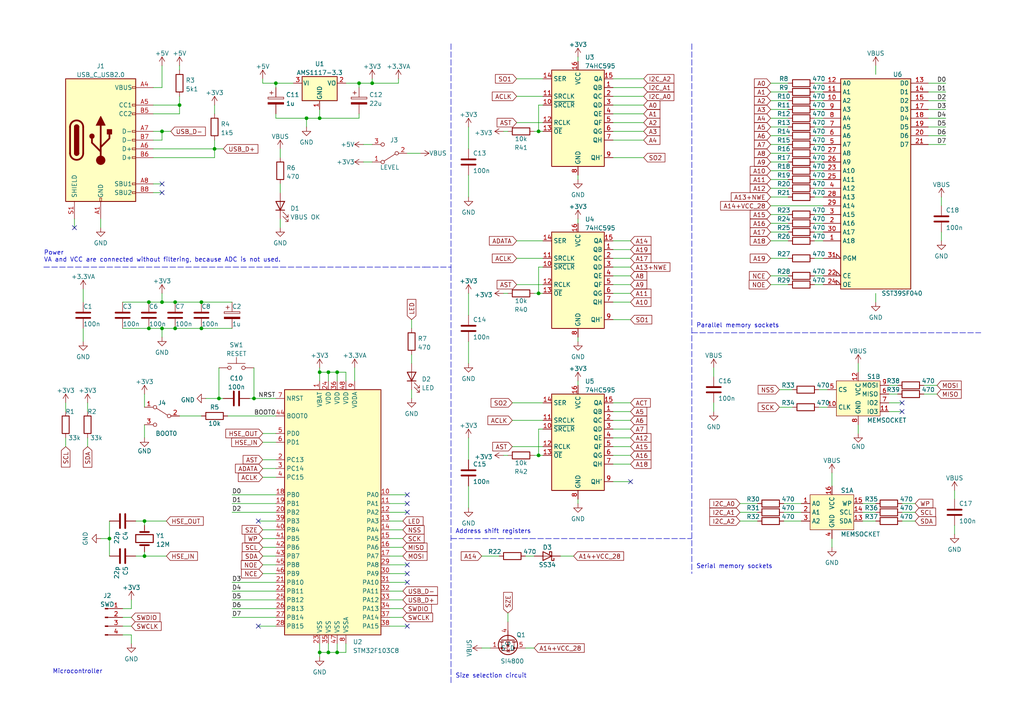
<source format=kicad_sch>
(kicad_sch (version 20211123) (generator eeschema)
  (paper "A4")
  (title_block (title "Memory dumper") (date "2022-10-15") (rev "0.1") (comment 1 "Made by HA5PLS"))
  (junction (at 156.21 38.1))
  (junction (at 73.66 115.57))
  (junction (at 58.42 87.63))
  (junction (at 80.01 24.13))
  (junction (at 92.71 107.95))
  (junction (at 107.95 24.13))
  (junction (at 41.91 151.13))
  (junction (at 156.21 85.09))
  (junction (at 50.8 87.63))
  (junction (at 95.25 107.95))
  (junction (at 46.99 38.1))
  (junction (at 46.99 95.25))
  (junction (at 58.42 95.25))
  (junction (at 95.25 189.23))
  (junction (at 92.71 189.23))
  (junction (at 46.99 87.63))
  (junction (at 43.18 95.25))
  (junction (at 63.5 115.57))
  (junction (at 43.18 87.63))
  (junction (at 97.79 189.23))
  (junction (at 92.71 34.29))
  (junction (at 50.8 95.25))
  (junction (at 97.79 107.95))
  (junction (at 62.23 43.18))
  (junction (at 88.9 34.29))
  (junction (at 156.21 132.08))
  (junction (at 31.75 156.21))
  (junction (at 104.14 24.13))
  (junction (at 52.07 30.48))
  (junction (at 41.91 161.29))
  (no_connect (at 21.59 66.04))
  (no_connect (at 46.99 55.88))
  (no_connect (at 46.99 53.34))
  (no_connect (at 182.88 139.7))
  (no_connect (at 261.62 116.84))
  (no_connect (at 261.62 119.38))
  (no_connect (at 74.93 181.61))
  (no_connect (at 74.93 151.13))
  (no_connect (at 118.11 168.91))
  (no_connect (at 118.11 181.61))
  (no_connect (at 118.11 163.83))
  (no_connect (at 118.11 166.37))
  (no_connect (at 118.11 143.51))
  (no_connect (at 118.11 146.05))
  (no_connect (at 118.11 148.59))
  (wire (pts (xy 66.04 120.65) (xy 80.01 120.65)))
  (wire (pts (xy 257.81 114.3) (xy 260.35 114.3)))
  (wire (pts (xy 223.52 29.21) (xy 228.6 29.21)))
  (wire (pts (xy 62.23 43.18) (xy 64.77 43.18)))
  (wire (pts (xy 269.24 34.29) (xy 274.32 34.29)))
  (wire (pts (xy 223.52 74.93) (xy 228.6 74.93)))
  (wire (pts (xy 236.22 80.01) (xy 238.76 80.01)))
  (wire (pts (xy 223.52 41.91) (xy 228.6 41.91)))
  (wire (pts (xy 214.63 151.13) (xy 219.71 151.13)))
  (wire (pts (xy 41.91 151.13) (xy 48.26 151.13)))
  (wire (pts (xy 21.59 63.5) (xy 21.59 66.04)))
  (wire (pts (xy 223.52 59.69) (xy 238.76 59.69)))
  (wire (pts (xy 44.45 45.72) (xy 62.23 45.72)))
  (wire (pts (xy 44.45 25.4) (xy 46.99 25.4)))
  (wire (pts (xy 19.05 129.54) (xy 19.05 127)))
  (wire (pts (xy 31.75 156.21) (xy 29.21 156.21)))
  (wire (pts (xy 115.57 24.13) (xy 115.57 22.86)))
  (wire (pts (xy 67.31 176.53) (xy 80.01 176.53)))
  (wire (pts (xy 261.62 151.13) (xy 265.43 151.13)))
  (wire (pts (xy 104.14 33.02) (xy 104.14 34.29)))
  (wire (pts (xy 113.03 153.67) (xy 116.84 153.67)))
  (wire (pts (xy 63.5 115.57) (xy 64.77 115.57)))
  (wire (pts (xy 50.8 95.25) (xy 58.42 95.25)))
  (wire (pts (xy 41.91 160.02) (xy 41.91 161.29)))
  (wire (pts (xy 273.05 57.15) (xy 273.05 59.69)))
  (wire (pts (xy 67.31 171.45) (xy 80.01 171.45)))
  (wire (pts (xy 92.71 186.69) (xy 92.71 189.23)))
  (wire (pts (xy 119.38 92.71) (xy 119.38 95.25)))
  (wire (pts (xy 113.03 156.21) (xy 116.84 156.21)))
  (wire (pts (xy 95.25 189.23) (xy 97.79 189.23)))
  (wire (pts (xy 177.8 119.38) (xy 182.88 119.38)))
  (wire (pts (xy 76.2 156.21) (xy 80.01 156.21)))
  (wire (pts (xy 100.33 107.95) (xy 100.33 110.49)))
  (wire (pts (xy 177.8 38.1) (xy 186.69 38.1)))
  (wire (pts (xy 76.2 24.13) (xy 80.01 24.13)))
  (wire (pts (xy 223.52 44.45) (xy 228.6 44.45)))
  (wire (pts (xy 250.19 151.13) (xy 254 151.13)))
  (wire (pts (xy 135.89 85.09) (xy 135.89 91.44)))
  (wire (pts (xy 25.4 129.54) (xy 25.4 127)))
  (wire (pts (xy 241.3 137.16) (xy 241.3 140.97)))
  (wire (pts (xy 62.23 43.18) (xy 62.23 45.72)))
  (wire (pts (xy 105.41 46.99) (xy 107.95 46.99)))
  (wire (pts (xy 254 19.05) (xy 254 21.59)))
  (wire (pts (xy 156.21 77.47) (xy 156.21 85.09)))
  (wire (pts (xy 149.86 35.56) (xy 157.48 35.56)))
  (wire (pts (xy 113.03 146.05) (xy 118.11 146.05)))
  (wire (pts (xy 236.22 74.93) (xy 238.76 74.93)))
  (wire (pts (xy 149.86 27.94) (xy 157.48 27.94)))
  (wire (pts (xy 135.89 99.06) (xy 135.89 105.41)))
  (wire (pts (xy 92.71 106.68) (xy 92.71 107.95)))
  (polyline (pts (xy 12.7 77.47) (xy 123.19 77.47)))
  (wire (pts (xy 207.01 116.84) (xy 207.01 119.38)))
  (wire (pts (xy 236.22 44.45) (xy 238.76 44.45)))
  (wire (pts (xy 116.84 151.13) (xy 113.03 151.13)))
  (wire (pts (xy 177.8 25.4) (xy 186.69 25.4)))
  (wire (pts (xy 41.91 123.19) (xy 41.91 127)))
  (wire (pts (xy 177.8 129.54) (xy 182.88 129.54)))
  (wire (pts (xy 154.94 132.08) (xy 156.21 132.08)))
  (wire (pts (xy 149.86 74.93) (xy 157.48 74.93)))
  (wire (pts (xy 80.01 33.02) (xy 80.01 34.29)))
  (wire (pts (xy 25.4 119.38) (xy 25.4 116.84)))
  (wire (pts (xy 207.01 106.68) (xy 207.01 109.22)))
  (wire (pts (xy 156.21 38.1) (xy 157.48 38.1)))
  (wire (pts (xy 119.38 113.03) (xy 119.38 115.57)))
  (wire (pts (xy 41.91 114.3) (xy 41.91 118.11)))
  (wire (pts (xy 74.93 151.13) (xy 80.01 151.13)))
  (wire (pts (xy 236.22 57.15) (xy 238.76 57.15)))
  (wire (pts (xy 44.45 38.1) (xy 46.99 38.1)))
  (wire (pts (xy 214.63 148.59) (xy 219.71 148.59)))
  (polyline (pts (xy 200.66 12.7) (xy 200.66 166.37)))
  (wire (pts (xy 248.92 123.19) (xy 248.92 125.73)))
  (wire (pts (xy 31.75 151.13) (xy 31.75 156.21)))
  (wire (pts (xy 76.2 158.75) (xy 80.01 158.75)))
  (wire (pts (xy 254 85.09) (xy 254 87.63)))
  (wire (pts (xy 38.1 184.15) (xy 38.1 186.69)))
  (wire (pts (xy 177.8 40.64) (xy 186.69 40.64)))
  (wire (pts (xy 237.49 113.03) (xy 240.03 113.03)))
  (wire (pts (xy 81.28 43.18) (xy 81.28 45.72)))
  (wire (pts (xy 76.2 166.37) (xy 80.01 166.37)))
  (wire (pts (xy 35.56 184.15) (xy 38.1 184.15)))
  (wire (pts (xy 50.8 87.63) (xy 58.42 87.63)))
  (wire (pts (xy 24.13 83.82) (xy 24.13 87.63)))
  (wire (pts (xy 267.97 111.76) (xy 271.78 111.76)))
  (wire (pts (xy 177.8 27.94) (xy 186.69 27.94)))
  (wire (pts (xy 177.8 69.85) (xy 182.88 69.85)))
  (wire (pts (xy 85.09 24.13) (xy 80.01 24.13)))
  (wire (pts (xy 214.63 146.05) (xy 219.71 146.05)))
  (wire (pts (xy 226.06 118.11) (xy 229.87 118.11)))
  (wire (pts (xy 135.89 127) (xy 135.89 133.35)))
  (wire (pts (xy 237.49 118.11) (xy 240.03 118.11)))
  (wire (pts (xy 223.52 46.99) (xy 228.6 46.99)))
  (wire (pts (xy 46.99 95.25) (xy 46.99 97.79)))
  (wire (pts (xy 58.42 87.63) (xy 67.31 87.63)))
  (wire (pts (xy 102.87 106.68) (xy 102.87 110.49)))
  (wire (pts (xy 76.2 161.29) (xy 80.01 161.29)))
  (wire (pts (xy 104.14 24.13) (xy 107.95 24.13)))
  (wire (pts (xy 177.8 45.72) (xy 186.69 45.72)))
  (wire (pts (xy 67.31 148.59) (xy 80.01 148.59)))
  (wire (pts (xy 35.56 179.07) (xy 38.1 179.07)))
  (wire (pts (xy 223.52 62.23) (xy 228.6 62.23)))
  (wire (pts (xy 269.24 41.91) (xy 274.32 41.91)))
  (wire (pts (xy 248.92 105.41) (xy 248.92 107.95)))
  (wire (pts (xy 119.38 102.87) (xy 119.38 105.41)))
  (wire (pts (xy 154.94 85.09) (xy 156.21 85.09)))
  (wire (pts (xy 35.56 95.25) (xy 43.18 95.25)))
  (wire (pts (xy 223.52 80.01) (xy 228.6 80.01)))
  (wire (pts (xy 95.25 107.95) (xy 95.25 110.49)))
  (wire (pts (xy 95.25 186.69) (xy 95.25 189.23)))
  (wire (pts (xy 52.07 19.05) (xy 52.07 20.32)))
  (wire (pts (xy 152.4 187.96) (xy 154.94 187.96)))
  (wire (pts (xy 149.86 69.85) (xy 157.48 69.85)))
  (wire (pts (xy 74.93 181.61) (xy 80.01 181.61)))
  (wire (pts (xy 223.52 34.29) (xy 228.6 34.29)))
  (wire (pts (xy 236.22 69.85) (xy 238.76 69.85)))
  (wire (pts (xy 113.03 173.99) (xy 116.84 173.99)))
  (wire (pts (xy 177.8 134.62) (xy 182.88 134.62)))
  (wire (pts (xy 156.21 132.08) (xy 157.48 132.08)))
  (wire (pts (xy 177.8 72.39) (xy 182.88 72.39)))
  (wire (pts (xy 88.9 34.29) (xy 92.71 34.29)))
  (wire (pts (xy 267.97 114.3) (xy 271.78 114.3)))
  (wire (pts (xy 113.03 143.51) (xy 118.11 143.51)))
  (wire (pts (xy 46.99 87.63) (xy 50.8 87.63)))
  (wire (pts (xy 177.8 127) (xy 182.88 127)))
  (wire (pts (xy 49.53 38.1) (xy 46.99 38.1)))
  (wire (pts (xy 167.64 110.49) (xy 167.64 111.76)))
  (wire (pts (xy 223.52 24.13) (xy 228.6 24.13)))
  (wire (pts (xy 177.8 77.47) (xy 182.88 77.47)))
  (wire (pts (xy 261.62 148.59) (xy 265.43 148.59)))
  (wire (pts (xy 76.2 128.27) (xy 80.01 128.27)))
  (wire (pts (xy 100.33 186.69) (xy 100.33 189.23)))
  (wire (pts (xy 43.18 95.25) (xy 46.99 95.25)))
  (wire (pts (xy 107.95 24.13) (xy 115.57 24.13)))
  (wire (pts (xy 177.8 80.01) (xy 182.88 80.01)))
  (wire (pts (xy 92.71 190.5) (xy 92.71 189.23)))
  (wire (pts (xy 67.31 143.51) (xy 80.01 143.51)))
  (wire (pts (xy 236.22 62.23) (xy 238.76 62.23)))
  (wire (pts (xy 113.03 168.91) (xy 118.11 168.91)))
  (wire (pts (xy 223.52 31.75) (xy 228.6 31.75)))
  (wire (pts (xy 31.75 156.21) (xy 31.75 161.29)))
  (wire (pts (xy 73.66 115.57) (xy 80.01 115.57)))
  (wire (pts (xy 76.2 125.73) (xy 80.01 125.73)))
  (wire (pts (xy 269.24 26.67) (xy 274.32 26.67)))
  (wire (pts (xy 177.8 82.55) (xy 182.88 82.55)))
  (wire (pts (xy 157.48 30.48) (xy 156.21 30.48)))
  (wire (pts (xy 97.79 186.69) (xy 97.79 189.23)))
  (wire (pts (xy 177.8 116.84) (xy 182.88 116.84)))
  (wire (pts (xy 92.71 31.75) (xy 92.71 34.29)))
  (wire (pts (xy 147.32 177.8) (xy 147.32 180.34)))
  (wire (pts (xy 156.21 124.46) (xy 156.21 132.08)))
  (wire (pts (xy 177.8 22.86) (xy 186.69 22.86)))
  (wire (pts (xy 29.21 63.5) (xy 29.21 66.04)))
  (wire (pts (xy 149.86 22.86) (xy 157.48 22.86)))
  (wire (pts (xy 63.5 106.68) (xy 63.5 115.57)))
  (wire (pts (xy 35.56 87.63) (xy 43.18 87.63)))
  (wire (pts (xy 167.64 97.79) (xy 167.64 99.06)))
  (wire (pts (xy 58.42 95.25) (xy 67.31 95.25)))
  (wire (pts (xy 67.31 179.07) (xy 80.01 179.07)))
  (wire (pts (xy 223.52 69.85) (xy 228.6 69.85)))
  (wire (pts (xy 177.8 35.56) (xy 186.69 35.56)))
  (wire (pts (xy 100.33 189.23) (xy 97.79 189.23)))
  (wire (pts (xy 236.22 26.67) (xy 238.76 26.67)))
  (wire (pts (xy 135.89 36.83) (xy 135.89 43.18)))
  (polyline (pts (xy 200.66 96.52) (xy 284.48 96.52)))
  (wire (pts (xy 236.22 29.21) (xy 238.76 29.21)))
  (wire (pts (xy 81.28 63.5) (xy 81.28 66.04)))
  (wire (pts (xy 46.99 95.25) (xy 50.8 95.25)))
  (wire (pts (xy 44.45 55.88) (xy 46.99 55.88)))
  (wire (pts (xy 157.48 124.46) (xy 156.21 124.46)))
  (wire (pts (xy 273.05 67.31) (xy 273.05 69.85)))
  (wire (pts (xy 67.31 168.91) (xy 80.01 168.91)))
  (wire (pts (xy 177.8 121.92) (xy 182.88 121.92)))
  (wire (pts (xy 156.21 85.09) (xy 157.48 85.09)))
  (wire (pts (xy 80.01 133.35) (xy 76.2 133.35)))
  (wire (pts (xy 107.95 22.86) (xy 107.95 24.13)))
  (wire (pts (xy 236.22 64.77) (xy 238.76 64.77)))
  (wire (pts (xy 177.8 33.02) (xy 186.69 33.02)))
  (wire (pts (xy 223.52 57.15) (xy 228.6 57.15)))
  (wire (pts (xy 236.22 34.29) (xy 238.76 34.29)))
  (wire (pts (xy 72.39 115.57) (xy 73.66 115.57)))
  (wire (pts (xy 97.79 107.95) (xy 97.79 110.49)))
  (wire (pts (xy 167.64 144.78) (xy 167.64 146.05)))
  (wire (pts (xy 154.94 38.1) (xy 156.21 38.1)))
  (wire (pts (xy 162.56 161.29) (xy 166.37 161.29)))
  (wire (pts (xy 80.01 34.29) (xy 88.9 34.29)))
  (wire (pts (xy 44.45 53.34) (xy 46.99 53.34)))
  (wire (pts (xy 269.24 39.37) (xy 274.32 39.37)))
  (wire (pts (xy 156.21 30.48) (xy 156.21 38.1)))
  (wire (pts (xy 223.52 26.67) (xy 228.6 26.67)))
  (wire (pts (xy 223.52 82.55) (xy 228.6 82.55)))
  (wire (pts (xy 167.64 63.5) (xy 167.64 64.77)))
  (wire (pts (xy 236.22 52.07) (xy 238.76 52.07)))
  (wire (pts (xy 177.8 124.46) (xy 182.88 124.46)))
  (wire (pts (xy 236.22 24.13) (xy 238.76 24.13)))
  (wire (pts (xy 113.03 176.53) (xy 116.84 176.53)))
  (polyline (pts (xy 123.19 77.47) (xy 130.81 77.47)))
  (wire (pts (xy 257.81 116.84) (xy 261.62 116.84)))
  (wire (pts (xy 113.03 166.37) (xy 118.11 166.37)))
  (wire (pts (xy 76.2 138.43) (xy 80.01 138.43)))
  (polyline (pts (xy 130.81 12.7) (xy 130.81 77.47)))
  (wire (pts (xy 177.8 85.09) (xy 182.88 85.09)))
  (wire (pts (xy 62.23 30.48) (xy 62.23 33.02)))
  (wire (pts (xy 152.4 161.29) (xy 154.94 161.29)))
  (wire (pts (xy 148.59 129.54) (xy 157.48 129.54)))
  (wire (pts (xy 269.24 31.75) (xy 274.32 31.75)))
  (wire (pts (xy 223.52 52.07) (xy 228.6 52.07)))
  (wire (pts (xy 113.03 181.61) (xy 118.11 181.61)))
  (wire (pts (xy 59.69 115.57) (xy 63.5 115.57)))
  (wire (pts (xy 39.37 151.13) (xy 41.91 151.13)))
  (polyline (pts (xy 130.81 156.21) (xy 200.66 156.21)))
  (wire (pts (xy 92.71 34.29) (xy 104.14 34.29)))
  (wire (pts (xy 250.19 146.05) (xy 254 146.05)))
  (wire (pts (xy 148.59 116.84) (xy 157.48 116.84)))
  (wire (pts (xy 257.81 119.38) (xy 261.62 119.38)))
  (wire (pts (xy 157.48 77.47) (xy 156.21 77.47)))
  (wire (pts (xy 236.22 36.83) (xy 238.76 36.83)))
  (wire (pts (xy 236.22 31.75) (xy 238.76 31.75)))
  (wire (pts (xy 19.05 119.38) (xy 19.05 116.84)))
  (wire (pts (xy 46.99 19.05) (xy 46.99 25.4)))
  (wire (pts (xy 241.3 156.21) (xy 241.3 158.75)))
  (wire (pts (xy 236.22 67.31) (xy 238.76 67.31)))
  (wire (pts (xy 24.13 95.25) (xy 24.13 99.06)))
  (wire (pts (xy 76.2 153.67) (xy 80.01 153.67)))
  (wire (pts (xy 261.62 146.05) (xy 265.43 146.05)))
  (wire (pts (xy 223.52 49.53) (xy 228.6 49.53)))
  (wire (pts (xy 43.18 87.63) (xy 46.99 87.63)))
  (wire (pts (xy 250.19 148.59) (xy 254 148.59)))
  (wire (pts (xy 113.03 179.07) (xy 116.84 179.07)))
  (wire (pts (xy 113.03 158.75) (xy 116.84 158.75)))
  (wire (pts (xy 80.01 135.89) (xy 76.2 135.89)))
  (wire (pts (xy 52.07 33.02) (xy 52.07 30.48)))
  (wire (pts (xy 67.31 173.99) (xy 80.01 173.99)))
  (wire (pts (xy 146.05 38.1) (xy 147.32 38.1)))
  (wire (pts (xy 227.33 151.13) (xy 232.41 151.13)))
  (wire (pts (xy 41.91 161.29) (xy 39.37 161.29)))
  (wire (pts (xy 41.91 151.13) (xy 41.91 152.4)))
  (wire (pts (xy 236.22 54.61) (xy 238.76 54.61)))
  (wire (pts (xy 76.2 163.83) (xy 80.01 163.83)))
  (wire (pts (xy 67.31 146.05) (xy 80.01 146.05)))
  (wire (pts (xy 113.03 161.29) (xy 116.84 161.29)))
  (wire (pts (xy 95.25 107.95) (xy 97.79 107.95)))
  (wire (pts (xy 76.2 22.86) (xy 76.2 24.13)))
  (wire (pts (xy 177.8 30.48) (xy 186.69 30.48)))
  (wire (pts (xy 139.7 187.96) (xy 142.24 187.96)))
  (wire (pts (xy 236.22 82.55) (xy 238.76 82.55)))
  (wire (pts (xy 139.7 161.29) (xy 144.78 161.29)))
  (wire (pts (xy 135.89 140.97) (xy 135.89 147.32)))
  (wire (pts (xy 167.64 16.51) (xy 167.64 17.78)))
  (wire (pts (xy 177.8 87.63) (xy 182.88 87.63)))
  (wire (pts (xy 167.64 50.8) (xy 167.64 52.07)))
  (wire (pts (xy 38.1 176.53) (xy 38.1 173.99)))
  (polyline (pts (xy 130.81 77.47) (xy 130.81 198.12)))
  (wire (pts (xy 81.28 53.34) (xy 81.28 55.88)))
  (wire (pts (xy 113.03 171.45) (xy 116.84 171.45)))
  (wire (pts (xy 113.03 163.83) (xy 118.11 163.83)))
  (wire (pts (xy 52.07 27.94) (xy 52.07 30.48)))
  (wire (pts (xy 135.89 50.8) (xy 135.89 57.15)))
  (wire (pts (xy 46.99 38.1) (xy 46.99 40.64)))
  (wire (pts (xy 276.86 152.4) (xy 276.86 154.94)))
  (wire (pts (xy 269.24 36.83) (xy 274.32 36.83)))
  (wire (pts (xy 223.52 64.77) (xy 228.6 64.77)))
  (wire (pts (xy 62.23 40.64) (xy 62.23 43.18)))
  (wire (pts (xy 223.52 39.37) (xy 228.6 39.37)))
  (wire (pts (xy 236.22 49.53) (xy 238.76 49.53)))
  (wire (pts (xy 236.22 46.99) (xy 238.76 46.99)))
  (wire (pts (xy 41.91 161.29) (xy 48.26 161.29)))
  (wire (pts (xy 46.99 85.09) (xy 46.99 87.63)))
  (wire (pts (xy 44.45 43.18) (xy 62.23 43.18)))
  (wire (pts (xy 88.9 34.29) (xy 88.9 36.83)))
  (wire (pts (xy 257.81 111.76) (xy 260.35 111.76)))
  (wire (pts (xy 92.71 189.23) (xy 95.25 189.23)))
  (wire (pts (xy 52.07 120.65) (xy 58.42 120.65)))
  (wire (pts (xy 73.66 115.57) (xy 73.66 106.68)))
  (wire (pts (xy 149.86 82.55) (xy 157.48 82.55)))
  (wire (pts (xy 177.8 74.93) (xy 182.88 74.93)))
  (wire (pts (xy 104.14 24.13) (xy 104.14 25.4)))
  (wire (pts (xy 146.05 132.08) (xy 147.32 132.08)))
  (wire (pts (xy 223.52 36.83) (xy 228.6 36.83)))
  (wire (pts (xy 276.86 142.24) (xy 276.86 144.78)))
  (wire (pts (xy 35.56 181.61) (xy 38.1 181.61)))
  (wire (pts (xy 227.33 146.05) (xy 232.41 146.05)))
  (wire (pts (xy 44.45 40.64) (xy 46.99 40.64)))
  (wire (pts (xy 146.05 85.09) (xy 147.32 85.09)))
  (wire (pts (xy 236.22 41.91) (xy 238.76 41.91)))
  (wire (pts (xy 44.45 33.02) (xy 52.07 33.02)))
  (wire (pts (xy 80.01 24.13) (xy 80.01 25.4)))
  (wire (pts (xy 236.22 39.37) (xy 238.76 39.37)))
  (wire (pts (xy 100.33 24.13) (xy 104.14 24.13)))
  (wire (pts (xy 92.71 107.95) (xy 95.25 107.95)))
  (wire (pts (xy 148.59 121.92) (xy 157.48 121.92)))
  (wire (pts (xy 226.06 113.03) (xy 229.87 113.03)))
  (wire (pts (xy 223.52 54.61) (xy 228.6 54.61)))
  (wire (pts (xy 177.8 139.7) (xy 182.88 139.7)))
  (wire (pts (xy 92.71 107.95) (xy 92.71 110.49)))
  (wire (pts (xy 97.79 107.95) (xy 100.33 107.95)))
  (wire (pts (xy 44.45 30.48) (xy 52.07 30.48)))
  (wire (pts (xy 269.24 29.21) (xy 274.32 29.21)))
  (wire (pts (xy 269.24 24.13) (xy 274.32 24.13)))
  (wire (pts (xy 113.03 148.59) (xy 118.11 148.59)))
  (wire (pts (xy 177.8 132.08) (xy 182.88 132.08)))
  (wire (pts (xy 227.33 148.59) (xy 232.41 148.59)))
  (wire (pts (xy 177.8 92.71) (xy 182.88 92.71)))
  (wire (pts (xy 105.41 41.91) (xy 107.95 41.91)))
  (wire (pts (xy 35.56 176.53) (xy 38.1 176.53)))
  (wire (pts (xy 223.52 67.31) (xy 228.6 67.31)))
  (wire (pts (xy 118.11 44.45) (xy 121.92 44.45)))
  (text "Address shift registers\n" (at 132.08 154.94 0) (effects (font (size 1.27 1.27)) (justify left bottom)))
  (text "Size selection circuit\n" (at 132.08 196.85 0) (effects (font (size 1.27 1.27)) (justify left bottom)))
  (text "Power\nVA and VCC are connected without filtering, because ADC is not used." (at 12.7 76.2 0) (effects (font (size 1.27 1.27)) (justify left bottom)))
  (text "Microcontroller" (at 15.24 195.58 0) (effects (font (size 1.27 1.27)) (justify left bottom)))
  (text "Serial memory sockets\n" (at 201.93 165.1 0) (effects (font (size 1.27 1.27)) (justify left bottom)))
  (text "Parallel memory sockets\n" (at 201.93 95.25 0) (effects (font (size 1.27 1.27)) (justify left bottom)))
  (label "D5" (at 271.78 36.83 0))
  (label "D4" (at 67.31 171.45 0))
  (label "D7" (at 271.78 41.91 0))
  (label "D2" (at 67.31 148.59 0))
  (label "D3" (at 67.31 168.91 0))
  (label "D0" (at 67.31 143.51 0))
  (label "D0" (at 271.78 24.13 0))
  (label "D6" (at 271.78 39.37 0))
  (label "BOOT0" (at 73.66 120.65 0))
  (label "D7" (at 67.31 179.07 0))
  (label "D6" (at 67.31 176.53 0))
  (label "D5" (at 67.31 173.99 0))
  (label "NRST" (at 74.93 115.57 0))
  (label "D2" (at 271.78 29.21 0))
  (label "D1" (at 271.78 26.67 0))
  (label "D4" (at 271.78 34.29 0))
  (label "D3" (at 271.78 31.75 0))
  (label "D1" (at 67.31 146.05 0))
  (global_label "HSE_OUT" (shape input) (at 48.26 151.13 0) (property "Intersheet References" "${INTERSHEET_REFS}" (effects hide)))
  (global_label "USB_D-" (shape input) (at 49.53 38.1 0) (property "Intersheet References" "${INTERSHEET_REFS}" (effects hide)))
  (global_label "SO2" (shape input) (at 186.69 45.72 0) (property "Intersheet References" "${INTERSHEET_REFS}" (effects hide)))
  (global_label "A0" (shape input) (at 223.52 24.13 180) (property "Intersheet References" "${INTERSHEET_REFS}" (effects hide)))
  (global_label "A16" (shape input) (at 223.52 64.77 180) (property "Intersheet References" "${INTERSHEET_REFS}" (effects hide)))
  (global_label "A6" (shape input) (at 223.52 39.37 180) (property "Intersheet References" "${INTERSHEET_REFS}" (effects hide)))
  (global_label "A15" (shape input) (at 182.88 129.54 0) (property "Intersheet References" "${INTERSHEET_REFS}" (effects hide)))
  (global_label "A18" (shape input) (at 223.52 69.85 180) (property "Intersheet References" "${INTERSHEET_REFS}" (effects hide)))
  (global_label "A1" (shape input) (at 186.69 33.02 0) (property "Intersheet References" "${INTERSHEET_REFS}" (effects hide)))
  (global_label "A3" (shape input) (at 223.52 31.75 180) (property "Intersheet References" "${INTERSHEET_REFS}" (effects hide)))
  (global_label "USB_D-" (shape input) (at 116.84 171.45 0) (property "Intersheet References" "${INTERSHEET_REFS}" (effects hide)))
  (global_label "MOSI" (shape input) (at 271.78 111.76 0) (property "Intersheet References" "${INTERSHEET_REFS}" (effects hide)))
  (global_label "SO2" (shape input) (at 148.59 116.84 180) (property "Intersheet References" "${INTERSHEET_REFS}" (effects hide)))
  (global_label "I2C_A0" (shape input) (at 214.63 146.05 180) (property "Intersheet References" "${INTERSHEET_REFS}" (effects hide)))
  (global_label "A10" (shape input) (at 223.52 49.53 180) (property "Intersheet References" "${INTERSHEET_REFS}" (effects hide)))
  (global_label "USB_D+" (shape input) (at 64.77 43.18 0) (property "Intersheet References" "${INTERSHEET_REFS}" (effects hide)))
  (global_label "HSE_IN" (shape input) (at 76.2 128.27 180) (property "Intersheet References" "${INTERSHEET_REFS}" (effects hide)))
  (global_label "A12" (shape input) (at 223.52 54.61 180) (property "Intersheet References" "${INTERSHEET_REFS}" (effects hide)))
  (global_label "AST" (shape input) (at 149.86 35.56 180) (property "Intersheet References" "${INTERSHEET_REFS}" (effects hide)))
  (global_label "ACLK" (shape input) (at 149.86 74.93 180) (property "Intersheet References" "${INTERSHEET_REFS}" (effects hide)))
  (global_label "A10" (shape input) (at 182.88 87.63 0) (property "Intersheet References" "${INTERSHEET_REFS}" (effects hide)))
  (global_label "A14+VCC_28" (shape input) (at 154.94 187.96 0) (property "Intersheet References" "${INTERSHEET_REFS}" (effects hide)))
  (global_label "SO1" (shape input) (at 182.88 92.71 0) (property "Intersheet References" "${INTERSHEET_REFS}" (effects hide)))
  (global_label "A14+VCC_28" (shape input) (at 166.37 161.29 0) (property "Intersheet References" "${INTERSHEET_REFS}" (effects hide)))
  (global_label "A13+NWE" (shape input) (at 182.88 77.47 0) (property "Intersheet References" "${INTERSHEET_REFS}" (effects hide)))
  (global_label "HSE_IN" (shape input) (at 48.26 161.29 0) (property "Intersheet References" "${INTERSHEET_REFS}" (effects hide)))
  (global_label "A7" (shape input) (at 223.52 41.91 180) (property "Intersheet References" "${INTERSHEET_REFS}" (effects hide)))
  (global_label "SCK" (shape input) (at 226.06 118.11 180) (property "Intersheet References" "${INTERSHEET_REFS}" (effects hide)))
  (global_label "SCL" (shape input) (at 265.43 148.59 0) (property "Intersheet References" "${INTERSHEET_REFS}" (effects hide)))
  (global_label "NCE" (shape input) (at 223.52 80.01 180) (property "Intersheet References" "${INTERSHEET_REFS}" (effects hide)))
  (global_label "SWCLK" (shape input) (at 116.84 179.07 0) (property "Intersheet References" "${INTERSHEET_REFS}" (effects hide)))
  (global_label "NOE" (shape input) (at 223.52 82.55 180) (property "Intersheet References" "${INTERSHEET_REFS}" (effects hide)))
  (global_label "I2C_A2" (shape input) (at 186.69 22.86 0) (property "Intersheet References" "${INTERSHEET_REFS}" (effects hide)))
  (global_label "ADATA" (shape input) (at 76.2 135.89 180) (property "Intersheet References" "${INTERSHEET_REFS}" (effects hide)))
  (global_label "A14+VCC_28" (shape input) (at 223.52 59.69 180) (property "Intersheet References" "${INTERSHEET_REFS}" (effects hide)))
  (global_label "A19" (shape input) (at 223.52 74.93 180) (property "Intersheet References" "${INTERSHEET_REFS}" (effects hide)))
  (global_label "LED" (shape input) (at 119.38 92.71 90) (property "Intersheet References" "${INTERSHEET_REFS}" (effects hide)))
  (global_label "ACLK" (shape input) (at 149.86 27.94 180) (property "Intersheet References" "${INTERSHEET_REFS}" (effects hide)))
  (global_label "NCE" (shape input) (at 76.2 166.37 180) (property "Intersheet References" "${INTERSHEET_REFS}" (effects hide)))
  (global_label "LED" (shape input) (at 116.84 151.13 0) (property "Intersheet References" "${INTERSHEET_REFS}" (effects hide)))
  (global_label "I2C_A0" (shape input) (at 186.69 27.94 0) (property "Intersheet References" "${INTERSHEET_REFS}" (effects hide)))
  (global_label "HSE_OUT" (shape input) (at 76.2 125.73 180) (property "Intersheet References" "${INTERSHEET_REFS}" (effects hide)))
  (global_label "A5" (shape input) (at 223.52 36.83 180) (property "Intersheet References" "${INTERSHEET_REFS}" (effects hide)))
  (global_label "USB_D+" (shape input) (at 116.84 173.99 0) (property "Intersheet References" "${INTERSHEET_REFS}" (effects hide)))
  (global_label "ADATA" (shape input) (at 149.86 69.85 180) (property "Intersheet References" "${INTERSHEET_REFS}" (effects hide)))
  (global_label "A14" (shape input) (at 139.7 161.29 180) (property "Intersheet References" "${INTERSHEET_REFS}" (effects hide)))
  (global_label "AST" (shape input) (at 149.86 82.55 180) (property "Intersheet References" "${INTERSHEET_REFS}" (effects hide)))
  (global_label "A17" (shape input) (at 223.52 67.31 180) (property "Intersheet References" "${INTERSHEET_REFS}" (effects hide)))
  (global_label "SCL" (shape input) (at 76.2 158.75 180) (property "Intersheet References" "${INTERSHEET_REFS}" (effects hide)))
  (global_label "I2C_A2" (shape input) (at 214.63 151.13 180) (property "Intersheet References" "${INTERSHEET_REFS}" (effects hide)))
  (global_label "ACLK" (shape input) (at 76.2 138.43 180) (property "Intersheet References" "${INTERSHEET_REFS}" (effects hide)))
  (global_label "A9" (shape input) (at 182.88 82.55 0) (property "Intersheet References" "${INTERSHEET_REFS}" (effects hide)))
  (global_label "A1" (shape input) (at 223.52 26.67 180) (property "Intersheet References" "${INTERSHEET_REFS}" (effects hide)))
  (global_label "SWDIO" (shape input) (at 38.1 179.07 0) (property "Intersheet References" "${INTERSHEET_REFS}" (effects hide)))
  (global_label "A0" (shape input) (at 186.69 30.48 0) (property "Intersheet References" "${INTERSHEET_REFS}" (effects hide)))
  (global_label "A3" (shape input) (at 186.69 38.1 0) (property "Intersheet References" "${INTERSHEET_REFS}" (effects hide)))
  (global_label "NSS" (shape input) (at 226.06 113.03 180) (property "Intersheet References" "${INTERSHEET_REFS}" (effects hide)))
  (global_label "SZE" (shape input) (at 76.2 153.67 180) (property "Intersheet References" "${INTERSHEET_REFS}" (effects hide)))
  (global_label "AST" (shape input) (at 148.59 129.54 180) (property "Intersheet References" "${INTERSHEET_REFS}" (effects hide)))
  (global_label "A9" (shape input) (at 223.52 46.99 180) (property "Intersheet References" "${INTERSHEET_REFS}" (effects hide)))
  (global_label "A5" (shape input) (at 182.88 119.38 0) (property "Intersheet References" "${INTERSHEET_REFS}" (effects hide)))
  (global_label "A2" (shape input) (at 186.69 35.56 0) (property "Intersheet References" "${INTERSHEET_REFS}" (effects hide)))
  (global_label "A18" (shape input) (at 182.88 134.62 0) (property "Intersheet References" "${INTERSHEET_REFS}" (effects hide)))
  (global_label "SO1" (shape input) (at 149.86 22.86 180) (property "Intersheet References" "${INTERSHEET_REFS}" (effects hide)))
  (global_label "MISO" (shape input) (at 271.78 114.3 0) (property "Intersheet References" "${INTERSHEET_REFS}" (effects hide)))
  (global_label "SWCLK" (shape input) (at 38.1 181.61 0) (property "Intersheet References" "${INTERSHEET_REFS}" (effects hide)))
  (global_label "A8" (shape input) (at 182.88 80.01 0) (property "Intersheet References" "${INTERSHEET_REFS}" (effects hide)))
  (global_label "SDA" (shape input) (at 265.43 151.13 0) (property "Intersheet References" "${INTERSHEET_REFS}" (effects hide)))
  (global_label "MISO" (shape input) (at 116.84 158.75 0) (property "Intersheet References" "${INTERSHEET_REFS}" (effects hide)))
  (global_label "WP" (shape input) (at 76.2 156.21 180) (property "Intersheet References" "${INTERSHEET_REFS}" (effects hide)))
  (global_label "A12" (shape input) (at 182.88 127 0) (property "Intersheet References" "${INTERSHEET_REFS}" (effects hide)))
  (global_label "A11" (shape input) (at 223.52 52.07 180) (property "Intersheet References" "${INTERSHEET_REFS}" (effects hide)))
  (global_label "I2C_A1" (shape input) (at 186.69 25.4 0) (property "Intersheet References" "${INTERSHEET_REFS}" (effects hide)))
  (global_label "SCL" (shape input) (at 19.05 129.54 270) (property "Intersheet References" "${INTERSHEET_REFS}" (effects hide)))
  (global_label "SZE" (shape input) (at 147.32 177.8 90) (property "Intersheet References" "${INTERSHEET_REFS}" (effects hide)))
  (global_label "MOSI" (shape input) (at 116.84 161.29 0) (property "Intersheet References" "${INTERSHEET_REFS}" (effects hide)))
  (global_label "A6" (shape input) (at 182.88 121.92 0) (property "Intersheet References" "${INTERSHEET_REFS}" (effects hide)))
  (global_label "SWDIO" (shape input) (at 116.84 176.53 0) (property "Intersheet References" "${INTERSHEET_REFS}" (effects hide)))
  (global_label "A4" (shape input) (at 223.52 34.29 180) (property "Intersheet References" "${INTERSHEET_REFS}" (effects hide)))
  (global_label "A11" (shape input) (at 182.88 85.09 0) (property "Intersheet References" "${INTERSHEET_REFS}" (effects hide)))
  (global_label "A14" (shape input) (at 182.88 69.85 0) (property "Intersheet References" "${INTERSHEET_REFS}" (effects hide)))
  (global_label "ACLK" (shape input) (at 148.59 121.92 180) (property "Intersheet References" "${INTERSHEET_REFS}" (effects hide)))
  (global_label "A17" (shape input) (at 182.88 74.93 0) (property "Intersheet References" "${INTERSHEET_REFS}" (effects hide)))
  (global_label "I2C_A1" (shape input) (at 214.63 148.59 180) (property "Intersheet References" "${INTERSHEET_REFS}" (effects hide)))
  (global_label "A16" (shape input) (at 182.88 132.08 0) (property "Intersheet References" "${INTERSHEET_REFS}" (effects hide)))
  (global_label "SDA" (shape input) (at 76.2 161.29 180) (property "Intersheet References" "${INTERSHEET_REFS}" (effects hide)))
  (global_label "NSS" (shape input) (at 116.84 153.67 0) (property "Intersheet References" "${INTERSHEET_REFS}" (effects hide)))
  (global_label "A2" (shape input) (at 223.52 29.21 180) (property "Intersheet References" "${INTERSHEET_REFS}" (effects hide)))
  (global_label "WP" (shape input) (at 265.43 146.05 0) (property "Intersheet References" "${INTERSHEET_REFS}" (effects hide)))
  (global_label "NOE" (shape input) (at 76.2 163.83 180) (property "Intersheet References" "${INTERSHEET_REFS}" (effects hide)))
  (global_label "A13+NWE" (shape input) (at 223.52 57.15 180) (property "Intersheet References" "${INTERSHEET_REFS}" (effects hide)))
  (global_label "SDA" (shape input) (at 25.4 129.54 270) (property "Intersheet References" "${INTERSHEET_REFS}" (effects hide)))
  (global_label "A19" (shape input) (at 182.88 72.39 0) (property "Intersheet References" "${INTERSHEET_REFS}" (effects hide)))
  (global_label "SCK" (shape input) (at 116.84 156.21 0) (property "Intersheet References" "${INTERSHEET_REFS}" (effects hide)))
  (global_label "AST" (shape input) (at 76.2 133.35 180) (property "Intersheet References" "${INTERSHEET_REFS}" (effects hide)))
  (global_label "A8" (shape input) (at 223.52 44.45 180) (property "Intersheet References" "${INTERSHEET_REFS}" (effects hide)))
  (global_label "ACT" (shape input) (at 182.88 116.84 0) (property "Intersheet References" "${INTERSHEET_REFS}" (effects hide)))
  (global_label "A7" (shape input) (at 182.88 124.46 0) (property "Intersheet References" "${INTERSHEET_REFS}" (effects hide)))
  (global_label "A4" (shape input) (at 186.69 40.64 0) (property "Intersheet References" "${INTERSHEET_REFS}" (effects hide)))
  (global_label "A15" (shape input) (at 223.52 62.23 180) (property "Intersheet References" "${INTERSHEET_REFS}" (effects hide)))
  (symbol (lib_id "Device:R") (at 151.13 38.1 90) (mirror x) (unit 1)
    (property "Reference" "R41" (at 151.13 42.8158 90))
    (property "Value" "10k" (at 151.13 40.2789 90))
    (property "Footprint" "Resistor_SMD:R_0805_2012Metric_Pad1.20x1.40mm_HandSolder" (effects hide))
  )
  (symbol (lib_id "Device:C_Polarized") (at 67.31 91.44 0) (unit 1)
    (property "Reference" "C2" (at 67.31 88.9 0) (effects (justify left)))
    (property "Value" "1u" (at 67.31 93.98 0) (effects (justify left)))
    (property "Footprint" "Capacitor_SMD:CP_Elec_4x4.5" (effects hide))
  )
  (symbol (lib_id "Device:R") (at 232.41 52.07 90) (unit 1)
    (property "Reference" "R19" (at 227.33 50.8 90))
    (property "Value" "470" (at 237.49 50.8 90))
    (property "Footprint" "Resistor_SMD:R_0805_2012Metric_Pad1.20x1.40mm_HandSolder" (effects hide))
  )
  (symbol (lib_id "power:VBUS") (at 248.92 105.41 0) (unit 1)
    (property "Reference" "#PWR055" (effects hide))
    (property "Value" "VBUS" (at 248.92 101.8342 0))
  )
  (symbol (lib_id "Device:Crystal") (at 41.91 156.21 270) (unit 1)
    (property "Reference" "Y1" (at 45.2374 155.3753 90) (effects (justify left)))
    (property "Value" "12M" (at 45.2374 157.9122 90) (effects (justify left)))
    (property "Footprint" "Crystal:Crystal_HC18-U_Vertical" (effects hide))
  )
  (symbol (lib_id "power:VBUS") (at 121.92 44.45 270) (unit 1)
    (property "Reference" "#PWR029" (effects hide))
    (property "Value" "VBUS" (at 124.46 44.45 90) (effects (justify left)))
  )
  (symbol (lib_id "memdump:SI4800") (at 147.32 187.96 270) (unit 1)
    (property "Reference" "Q1" (at 151.13 184.15 90))
    (property "Value" "SI4800" (at 148.59 191.77 90))
    (property "Footprint" "Package_SO:SO-8_3.9x4.9mm_P1.27mm" (effects hide))
  )
  (symbol (lib_id "power:+5V") (at 46.99 19.05 0) (unit 1)
    (property "Reference" "#PWR011" (effects hide))
    (property "Value" "+5V" (at 46.99 15.4742 0))
  )
  (symbol (lib_id "Device:R") (at 232.41 54.61 90) (unit 1)
    (property "Reference" "R20" (at 227.33 53.34 90))
    (property "Value" "470" (at 237.49 53.34 90))
    (property "Footprint" "Resistor_SMD:R_0805_2012Metric_Pad1.20x1.40mm_HandSolder" (effects hide))
  )
  (symbol (lib_id "power:+3.3V") (at 46.99 85.09 0) (unit 1)
    (property "Reference" "#PWR012" (effects hide))
    (property "Value" "+3.3V" (at 46.99 81.5142 0))
  )
  (symbol (lib_id "Device:R") (at 148.59 161.29 90) (unit 1)
    (property "Reference" "R22" (at 143.51 160.02 90))
    (property "Value" "470" (at 153.67 160.02 90))
    (property "Footprint" "Resistor_SMD:R_0805_2012Metric_Pad1.20x1.40mm_HandSolder" (effects hide))
  )
  (symbol (lib_id "Device:R") (at 257.81 151.13 90) (unit 1)
    (property "Reference" "R37" (at 252.73 149.86 90))
    (property "Value" "470" (at 262.89 149.86 90))
    (property "Footprint" "Resistor_SMD:R_0805_2012Metric_Pad1.20x1.40mm_HandSolder" (effects hide))
  )
  (symbol (lib_id "Device:R") (at 264.16 114.3 90) (unit 1)
    (property "Reference" "R39" (at 259.08 113.03 90))
    (property "Value" "470" (at 269.24 113.03 90))
    (property "Footprint" "Resistor_SMD:R_0805_2012Metric_Pad1.20x1.40mm_HandSolder" (effects hide))
  )
  (symbol (lib_id "Device:R") (at 232.41 46.99 90) (unit 1)
    (property "Reference" "R17" (at 227.33 45.72 90))
    (property "Value" "470" (at 237.49 45.72 90))
    (property "Footprint" "Resistor_SMD:R_0805_2012Metric_Pad1.20x1.40mm_HandSolder" (effects hide))
  )
  (symbol (lib_id "power:GND") (at 29.21 66.04 0) (unit 1)
    (property "Reference" "#PWR05" (effects hide))
    (property "Value" "GND" (at 29.21 70.4834 0))
  )
  (symbol (lib_id "Device:R") (at 232.41 67.31 90) (unit 1)
    (property "Reference" "R25" (at 227.33 66.04 90))
    (property "Value" "470" (at 237.49 66.04 90))
    (property "Footprint" "Resistor_SMD:R_0805_2012Metric_Pad1.20x1.40mm_HandSolder" (effects hide))
  )
  (symbol (lib_id "Device:R") (at 62.23 120.65 270) (mirror x) (unit 1)
    (property "Reference" "R5" (at 62.23 118.11 90))
    (property "Value" "10k" (at 62.23 122.8289 90))
    (property "Footprint" "Resistor_SMD:R_0805_2012Metric_Pad1.20x1.40mm_HandSolder" (effects hide))
  )
  (symbol (lib_id "Device:R") (at 257.81 146.05 90) (unit 1)
    (property "Reference" "R35" (at 252.73 144.78 90))
    (property "Value" "470" (at 262.89 144.78 90))
    (property "Footprint" "Resistor_SMD:R_0805_2012Metric_Pad1.20x1.40mm_HandSolder" (effects hide))
  )
  (symbol (lib_id "Device:C") (at 35.56 161.29 90) (unit 1)
    (property "Reference" "C5" (at 36.3947 164.211 0) (effects (justify right)))
    (property "Value" "22p" (at 33.8578 164.211 0) (effects (justify right)))
    (property "Footprint" "Capacitor_SMD:C_0805_2012Metric_Pad1.18x1.45mm_HandSolder" (effects hide))
  )
  (symbol (lib_id "power:GND") (at 119.38 115.57 0) (unit 1)
    (property "Reference" "#PWR028" (effects hide))
    (property "Value" "GND" (at 119.38 120.0134 0))
  )
  (symbol (lib_id "power:VBUS") (at 273.05 57.15 0) (unit 1)
    (property "Reference" "#PWR059" (effects hide))
    (property "Value" "VBUS" (at 273.05 53.5742 0))
  )
  (symbol (lib_id "Device:C") (at 135.89 95.25 0) (unit 1)
    (property "Reference" "C14" (at 137.16 92.71 0) (effects (justify left)))
    (property "Value" "100n" (at 137.16 97.79 0) (effects (justify left)))
    (property "Footprint" "Capacitor_SMD:C_0805_2012Metric_Pad1.18x1.45mm_HandSolder" (effects hide))
  )
  (symbol (lib_id "Device:R") (at 25.4 123.19 180) (unit 1)
    (property "Reference" "R2" (at 26.67 119.38 0))
    (property "Value" "33k" (at 27.94 127 0))
    (property "Footprint" "Resistor_SMD:R_0805_2012Metric_Pad1.20x1.40mm_HandSolder" (effects hide))
  )
  (symbol (lib_name "MEMSOCKET_1") (lib_id "memdump:MEMSOCKET") (at 248.92 115.57 0) (unit 2)
    (property "Reference" "S1" (at 251.46 109.22 0) (effects (justify left)))
    (property "Value" "MEMSOCKET" (at 251.46 121.92 0) (effects (justify left)))
    (property "Footprint" "Socket:DIP_Socket-16_W4.3_W5.08_W7.62_W10.16_W10.9_3M_216-3340-00-0602J" (effects hide))
  )
  (symbol (lib_id "power:GND") (at 135.89 105.41 0) (unit 1)
    (property "Reference" "#PWR034" (effects hide))
    (property "Value" "GND" (at 135.89 109.8534 0))
  )
  (symbol (lib_id "Connector:Conn_01x04_Male") (at 30.48 179.07 0) (unit 1)
    (property "Reference" "J2" (at 31.115 172.754 0))
    (property "Value" "SWD" (at 31.115 175.2909 0))
    (property "Footprint" "Connector_PinHeader_2.54mm:PinHeader_1x04_P2.54mm_Vertical" (effects hide))
  )
  (symbol (lib_id "Device:C") (at 58.42 91.44 0) (unit 1)
    (property "Reference" "C8" (at 58.42 88.9 0) (effects (justify left)))
    (property "Value" "100n" (at 58.42 93.98 0) (effects (justify left)))
    (property "Footprint" "Capacitor_SMD:C_0805_2012Metric_Pad1.18x1.45mm_HandSolder" (effects hide))
  )
  (symbol (lib_id "power:GND") (at 59.69 115.57 270) (unit 1)
    (property "Reference" "#PWR015" (effects hide))
    (property "Value" "GND" (at 56.5151 116.0038 90) (effects (justify right)))
  )
  (symbol (lib_id "74xx:74HC595") (at 167.64 80.01 0) (unit 1)
    (property "Reference" "U4" (at 169.6594 63.6102 0) (effects (justify left)))
    (property "Value" "74HC595" (at 169.6594 66.1471 0) (effects (justify left)))
    (property "Footprint" "Package_SO:SOP-16_3.9x9.9mm_P1.27mm" (effects hide))
    (property "Datasheet" "http://www.ti.com/lit/ds/symlink/sn74hc595.pdf" (effects hide))
  )
  (symbol (lib_id "Device:LED") (at 119.38 109.22 90) (unit 1)
    (property "Reference" "D2" (at 122.301 109.9728 90) (effects (justify right)))
    (property "Value" "LED" (at 122.301 112.5097 90) (effects (justify right)))
    (property "Footprint" "LED_SMD:LED_0805_2012Metric_Pad1.15x1.40mm_HandSolder" (effects hide))
  )
  (symbol (lib_id "Device:R") (at 223.52 146.05 90) (unit 1)
    (property "Reference" "R30" (at 218.44 144.78 90))
    (property "Value" "470" (at 228.6 144.78 90))
    (property "Footprint" "Resistor_SMD:R_0805_2012Metric_Pad1.20x1.40mm_HandSolder" (effects hide))
  )
  (symbol (lib_id "Device:R") (at 232.41 69.85 90) (unit 1)
    (property "Reference" "R26" (at 227.33 68.58 90))
    (property "Value" "470" (at 237.49 68.58 90))
    (property "Footprint" "Resistor_SMD:R_0805_2012Metric_Pad1.20x1.40mm_HandSolder" (effects hide))
  )
  (symbol (lib_id "Device:R") (at 233.68 113.03 90) (unit 1)
    (property "Reference" "R33" (at 228.6 111.76 90))
    (property "Value" "470" (at 238.76 111.76 90))
    (property "Footprint" "Resistor_SMD:R_0805_2012Metric_Pad1.20x1.40mm_HandSolder" (effects hide))
  )
  (symbol (lib_id "Device:C") (at 50.8 91.44 0) (unit 1)
    (property "Reference" "C7" (at 50.8 88.9 0) (effects (justify left)))
    (property "Value" "100n" (at 50.8 93.98 0) (effects (justify left)))
    (property "Footprint" "Capacitor_SMD:C_0805_2012Metric_Pad1.18x1.45mm_HandSolder" (effects hide))
  )
  (symbol (lib_id "power:+3.3V") (at 107.95 22.86 0) (unit 1)
    (property "Reference" "#PWR026" (effects hide))
    (property "Value" "+3.3V" (at 107.95 19.2842 0))
  )
  (symbol (lib_id "Device:R") (at 223.52 151.13 90) (unit 1)
    (property "Reference" "R32" (at 218.44 149.86 90))
    (property "Value" "470" (at 228.6 149.86 90))
    (property "Footprint" "Resistor_SMD:R_0805_2012Metric_Pad1.20x1.40mm_HandSolder" (effects hide))
  )
  (symbol (lib_id "Regulator_Linear:AMS1117-3.3") (at 92.71 24.13 0) (unit 1)
    (property "Reference" "U1" (at 92.71 18.5252 0))
    (property "Value" "AMS1117-3.3" (at 92.71 21.0621 0))
    (property "Footprint" "Package_TO_SOT_SMD:SOT-223-3_TabPin2" (effects hide))
    (property "Datasheet" "http://www.advanced-monolithic.com/pdf/ds1117.pdf" (effects hide))
  )
  (symbol (lib_id "power:+3.3V") (at 62.23 30.48 0) (unit 1)
    (property "Reference" "#PWR016" (effects hide))
    (property "Value" "+3.3V" (at 62.23 26.9042 0))
  )
  (symbol (lib_id "power:+3.3V") (at 19.05 116.84 0) (unit 1)
    (property "Reference" "#PWR01" (effects hide))
    (property "Value" "+3.3V" (at 19.05 113.2642 0))
  )
  (symbol (lib_id "power:+3.3V") (at 167.64 63.5 0) (unit 1)
    (property "Reference" "#PWR0105" (effects hide))
    (property "Value" "+3.3V" (at 167.64 59.9242 0))
  )
  (symbol (lib_id "memdump:MEMSOCKET") (at 241.3 148.59 0) (unit 1)
    (property "Reference" "S1" (at 243.84 142.24 0) (effects (justify left)))
    (property "Value" "MEMSOCKET" (at 243.84 154.94 0) (effects (justify left)))
    (property "Footprint" "Socket:DIP_Socket-16_W4.3_W5.08_W7.62_W10.16_W10.9_3M_216-3340-00-0602J" (effects hide))
  )
  (symbol (lib_id "Device:R") (at 232.41 41.91 90) (unit 1)
    (property "Reference" "R15" (at 227.33 40.64 90))
    (property "Value" "470" (at 237.49 40.64 90))
    (property "Footprint" "Resistor_SMD:R_0805_2012Metric_Pad1.20x1.40mm_HandSolder" (effects hide))
  )
  (symbol (lib_id "Switch:SW_SPDT") (at 46.99 120.65 0) (mirror y) (unit 1)
    (property "Reference" "J4" (at 46.99 116.84 0))
    (property "Value" "BOOT0" (at 48.26 125.73 0))
    (property "Footprint" "Connector_PinHeader_2.54mm:PinHeader_1x03_P2.54mm_Vertical" (effects hide))
  )
  (symbol (lib_id "Device:R") (at 264.16 111.76 90) (unit 1)
    (property "Reference" "R38" (at 259.08 110.49 90))
    (property "Value" "470" (at 269.24 110.49 90))
    (property "Footprint" "Resistor_SMD:R_0805_2012Metric_Pad1.20x1.40mm_HandSolder" (effects hide))
  )
  (symbol (lib_id "Memory_Flash:SST39SF040") (at 254 54.61 0) (unit 1)
    (property "Reference" "U6" (at 260.35 21.59 0))
    (property "Value" "SST39SF040" (at 261.62 85.09 0))
    (property "Footprint" "Socket:DIP_Socket-32_W11.9_W12.7_W15.24_W17.78_W18.5_3M_232-1285-00-0602J" (effects hide))
    (property "Datasheet" "http://ww1.microchip.com/downloads/en/DeviceDoc/25022B.pdf" (effects hide))
  )
  (symbol (lib_id "Device:R") (at 232.41 24.13 90) (unit 1)
    (property "Reference" "R8" (at 227.33 22.86 90))
    (property "Value" "470" (at 237.49 22.86 90))
    (property "Footprint" "Resistor_SMD:R_0805_2012Metric_Pad1.20x1.40mm_HandSolder" (effects hide))
  )
  (symbol (lib_id "Device:C") (at 35.56 151.13 270) (unit 1)
    (property "Reference" "C4" (at 36.3947 154.051 0) (effects (justify left)))
    (property "Value" "22p" (at 33.8578 154.051 0) (effects (justify left)))
    (property "Footprint" "Capacitor_SMD:C_0805_2012Metric_Pad1.18x1.45mm_HandSolder" (effects hide))
  )
  (symbol (lib_id "Device:R") (at 151.13 85.09 90) (mirror x) (unit 1)
    (property "Reference" "R40" (at 151.13 89.8058 90))
    (property "Value" "10k" (at 151.13 87.2689 90))
    (property "Footprint" "Resistor_SMD:R_0805_2012Metric_Pad1.20x1.40mm_HandSolder" (effects hide))
  )
  (symbol (lib_id "power:GND") (at 81.28 66.04 0) (unit 1)
    (property "Reference" "#PWR019" (effects hide))
    (property "Value" "GND" (at 81.28 70.4834 0))
  )
  (symbol (lib_id "Device:C_Polarized") (at 104.14 29.21 0) (unit 1)
    (property "Reference" "C12" (at 107.061 27.4863 0) (effects (justify left)))
    (property "Value" "22u" (at 107.061 30.0232 0) (effects (justify left)))
    (property "Footprint" "Capacitor_Tantalum_SMD:CP_EIA-3528-12_Kemet-T_Pad1.50x2.35mm_HandSolder" (effects hide))
  )
  (symbol (lib_id "power:GND") (at 38.1 186.69 0) (unit 1)
    (property "Reference" "#PWR08" (effects hide))
    (property "Value" "GND" (at 38.1 191.1334 0))
  )
  (symbol (lib_id "power:GND") (at 207.01 119.38 0) (unit 1)
    (property "Reference" "#PWR044" (effects hide))
    (property "Value" "GND" (at 207.01 123.8234 0))
  )
  (symbol (lib_id "power:GND") (at 254 87.63 0) (unit 1)
    (property "Reference" "#PWR054" (effects hide))
    (property "Value" "GND" (at 254 92.0734 0))
  )
  (symbol (lib_id "power:GND") (at 24.13 99.06 0) (unit 1)
    (property "Reference" "#PWR03" (effects hide))
    (property "Value" "GND" (at 24.13 103.5034 0))
  )
  (symbol (lib_id "power:+5V") (at 105.41 41.91 90) (unit 1)
    (property "Reference" "#PWR024" (effects hide))
    (property "Value" "+5V" (at 102.87 41.91 90) (effects (justify left)))
  )
  (symbol (lib_id "power:+3.3V") (at 146.05 38.1 90) (unit 1)
    (property "Reference" "#PWR0106" (effects hide))
    (property "Value" "+3.3V" (at 142.875 38.5338 90) (effects (justify left)))
  )
  (symbol (lib_id "Switch:SW_Push") (at 68.58 106.68 0) (unit 1)
    (property "Reference" "SW1" (at 68.58 100.0592 0))
    (property "Value" "RESET" (at 68.58 102.5961 0))
    (property "Footprint" "Button_Switch_SMD:SW_Push_SPST_NO_Alps_SKRK" (effects hide))
  )
  (symbol (lib_id "power:VBUS") (at 241.3 137.16 0) (unit 1)
    (property "Reference" "#PWR057" (effects hide))
    (property "Value" "VBUS" (at 241.3 133.5842 0))
  )
  (symbol (lib_id "Device:C") (at 24.13 91.44 0) (unit 1)
    (property "Reference" "C1" (at 24.13 88.9 0) (effects (justify left)))
    (property "Value" "100n" (at 24.13 93.98 0) (effects (justify left)))
    (property "Footprint" "Capacitor_SMD:C_0805_2012Metric_Pad1.18x1.45mm_HandSolder" (effects hide))
  )
  (symbol (lib_id "power:VBUS") (at 254 19.05 0) (unit 1)
    (property "Reference" "#PWR053" (effects hide))
    (property "Value" "VBUS" (at 254 15.4742 0))
  )
  (symbol (lib_id "power:+5V") (at 52.07 19.05 0) (unit 1)
    (property "Reference" "#PWR014" (effects hide))
    (property "Value" "+5V" (at 52.07 15.4742 0))
  )
  (symbol (lib_id "Device:R") (at 232.41 31.75 90) (unit 1)
    (property "Reference" "R11" (at 227.33 30.48 90))
    (property "Value" "470" (at 237.49 30.48 90))
    (property "Footprint" "Resistor_SMD:R_0805_2012Metric_Pad1.20x1.40mm_HandSolder" (effects hide))
  )
  (symbol (lib_id "Device:R") (at 232.41 34.29 90) (unit 1)
    (property "Reference" "R12" (at 227.33 33.02 90))
    (property "Value" "470" (at 237.49 33.02 90))
    (property "Footprint" "Resistor_SMD:R_0805_2012Metric_Pad1.20x1.40mm_HandSolder" (effects hide))
  )
  (symbol (lib_id "power:+3.3V") (at 92.71 106.68 0) (unit 1)
    (property "Reference" "#PWR021" (effects hide))
    (property "Value" "+3.3V" (at 92.71 103.1042 0))
  )
  (symbol (lib_id "power:+3.3V") (at 41.91 114.3 0) (unit 1)
    (property "Reference" "#PWR09" (effects hide))
    (property "Value" "+3.3V" (at 41.91 110.7242 0))
  )
  (symbol (lib_id "Device:LED") (at 81.28 59.69 90) (unit 1)
    (property "Reference" "D1" (at 84.201 60.4428 90) (effects (justify right)))
    (property "Value" "VBUS OK" (at 84.201 62.9797 90) (effects (justify right)))
    (property "Footprint" "LED_SMD:LED_0805_2012Metric_Pad1.15x1.40mm_HandSolder" (effects hide))
  )
  (symbol (lib_id "Device:C") (at 207.01 113.03 0) (unit 1)
    (property "Reference" "C16" (at 208.28 110.49 0) (effects (justify left)))
    (property "Value" "100n" (at 208.28 115.57 0) (effects (justify left)))
    (property "Footprint" "Capacitor_SMD:C_0805_2012Metric_Pad1.18x1.45mm_HandSolder" (effects hide))
  )
  (symbol (lib_id "power:VBUS") (at 276.86 142.24 0) (unit 1)
    (property "Reference" "#PWR045" (effects hide))
    (property "Value" "VBUS" (at 276.86 138.6642 0))
  )
  (symbol (lib_id "74xx:74HC595") (at 167.64 127 0) (unit 1)
    (property "Reference" "U5" (at 169.6594 110.6002 0) (effects (justify left)))
    (property "Value" "74HC595" (at 169.6594 113.1371 0) (effects (justify left)))
    (property "Footprint" "Package_SO:SOP-16_3.9x9.9mm_P1.27mm" (effects hide))
    (property "Datasheet" "http://www.ti.com/lit/ds/symlink/sn74hc595.pdf" (effects hide))
  )
  (symbol (lib_id "power:+3.3VA") (at 24.13 83.82 0) (unit 1)
    (property "Reference" "#PWR02" (effects hide))
    (property "Value" "+3.3VA" (at 24.13 80.2442 0))
  )
  (symbol (lib_id "power:+3.3V") (at 135.89 127 0) (unit 1)
    (property "Reference" "#PWR0103" (effects hide))
    (property "Value" "+3.3V" (at 135.89 123.4242 0))
  )
  (symbol (lib_id "Device:R") (at 19.05 123.19 180) (unit 1)
    (property "Reference" "R1" (at 20.32 119.38 0))
    (property "Value" "33k" (at 21.59 127 0))
    (property "Footprint" "Resistor_SMD:R_0805_2012Metric_Pad1.20x1.40mm_HandSolder" (effects hide))
  )
  (symbol (lib_id "power:VBUS") (at 207.01 106.68 0) (unit 1)
    (property "Reference" "#PWR043" (effects hide))
    (property "Value" "VBUS" (at 207.01 103.1042 0))
  )
  (symbol (lib_id "power:+5V") (at 76.2 22.86 0) (unit 1)
    (property "Reference" "#PWR017" (effects hide))
    (property "Value" "+5V" (at 76.2 19.2842 0))
  )
  (symbol (lib_id "Device:R") (at 232.41 36.83 90) (unit 1)
    (property "Reference" "R13" (at 227.33 35.56 90))
    (property "Value" "470" (at 237.49 35.56 90))
    (property "Footprint" "Resistor_SMD:R_0805_2012Metric_Pad1.20x1.40mm_HandSolder" (effects hide))
  )
  (symbol (lib_id "Device:R") (at 232.41 29.21 90) (unit 1)
    (property "Reference" "R10" (at 227.33 27.94 90))
    (property "Value" "470" (at 237.49 27.94 90))
    (property "Footprint" "Resistor_SMD:R_0805_2012Metric_Pad1.20x1.40mm_HandSolder" (effects hide))
  )
  (symbol (lib_id "power:+3.3V") (at 105.41 46.99 90) (unit 1)
    (property "Reference" "#PWR025" (effects hide))
    (property "Value" "+3.3V" (at 102.87 46.99 90) (effects (justify left)))
  )
  (symbol (lib_id "power:GND") (at 167.64 99.06 0) (unit 1)
    (property "Reference" "#PWR042" (effects hide))
    (property "Value" "GND" (at 167.64 103.5034 0))
  )
  (symbol (lib_id "Device:R") (at 52.07 24.13 0) (unit 1)
    (property "Reference" "R3" (at 53.848 23.2953 0) (effects (justify left)))
    (property "Value" "5k1" (at 53.848 25.8322 0) (effects (justify left)))
    (property "Footprint" "Resistor_SMD:R_0805_2012Metric_Pad1.20x1.40mm_HandSolder" (effects hide))
  )
  (symbol (lib_id "Device:R") (at 232.41 64.77 90) (unit 1)
    (property "Reference" "R24" (at 227.33 63.5 90))
    (property "Value" "470" (at 237.49 63.5 90))
    (property "Footprint" "Resistor_SMD:R_0805_2012Metric_Pad1.20x1.40mm_HandSolder" (effects hide))
  )
  (symbol (lib_id "74xx:74HC595") (at 167.64 33.02 0) (unit 1)
    (property "Reference" "U3" (at 169.6594 16.6202 0) (effects (justify left)))
    (property "Value" "74HC595" (at 169.6594 19.1571 0) (effects (justify left)))
    (property "Footprint" "Package_SO:SOP-16_3.9x9.9mm_P1.27mm" (effects hide))
    (property "Datasheet" "http://www.ti.com/lit/ds/symlink/sn74hc595.pdf" (effects hide))
  )
  (symbol (lib_id "power:GND") (at 41.91 127 0) (unit 1)
    (property "Reference" "#PWR010" (effects hide))
    (property "Value" "GND" (at 41.91 130.81 0))
  )
  (symbol (lib_id "Device:R") (at 232.41 82.55 90) (unit 1)
    (property "Reference" "R29" (at 227.33 81.28 90))
    (property "Value" "470" (at 237.49 81.28 90))
    (property "Footprint" "Resistor_SMD:R_0805_2012Metric_Pad1.20x1.40mm_HandSolder" (effects hide))
  )
  (symbol (lib_id "Device:R") (at 232.41 57.15 90) (unit 1)
    (property "Reference" "R21" (at 227.33 55.88 90))
    (property "Value" "470" (at 237.49 55.88 90))
    (property "Footprint" "Resistor_SMD:R_0805_2012Metric_Pad1.20x1.40mm_HandSolder" (effects hide))
  )
  (symbol (lib_id "Device:R") (at 232.41 44.45 90) (unit 1)
    (property "Reference" "R16" (at 227.33 43.18 90))
    (property "Value" "470" (at 237.49 43.18 90))
    (property "Footprint" "Resistor_SMD:R_0805_2012Metric_Pad1.20x1.40mm_HandSolder" (effects hide))
  )
  (symbol (lib_id "Device:D_Schottky") (at 158.75 161.29 180) (unit 1)
    (property "Reference" "D3" (at 158.75 158.75 0))
    (property "Value" "SS34" (at 158.75 163.83 0))
    (property "Footprint" "Diode_SMD:D_1206_3216Metric_Pad1.42x1.75mm_HandSolder" (effects hide))
  )
  (symbol (lib_id "power:VBUS") (at 81.28 43.18 0) (unit 1)
    (property "Reference" "#PWR018" (effects hide))
    (property "Value" "VBUS" (at 81.28 39.6042 0))
  )
  (symbol (lib_id "power:GND") (at 88.9 36.83 0) (unit 1)
    (property "Reference" "#PWR020" (effects hide))
    (property "Value" "GND" (at 88.9 41.2734 0))
  )
  (symbol (lib_id "power:GND") (at 167.64 146.05 0) (unit 1)
    (property "Reference" "#PWR048" (effects hide))
    (property "Value" "GND" (at 167.64 150.4934 0))
  )
  (symbol (lib_id "Device:C") (at 276.86 148.59 0) (unit 1)
    (property "Reference" "C17" (at 278.13 146.05 0) (effects (justify left)))
    (property "Value" "100n" (at 278.13 151.13 0) (effects (justify left)))
    (property "Footprint" "Capacitor_SMD:C_0805_2012Metric_Pad1.18x1.45mm_HandSolder" (effects hide))
  )
  (symbol (lib_id "power:+3.3V") (at 167.64 16.51 0) (unit 1)
    (property "Reference" "#PWR0104" (effects hide))
    (property "Value" "+3.3V" (at 167.64 12.9342 0))
  )
  (symbol (lib_id "power:+3.3V") (at 167.64 110.49 0) (unit 1)
    (property "Reference" "#PWR0108" (effects hide))
    (property "Value" "+3.3V" (at 167.64 106.9142 0))
  )
  (symbol (lib_id "Device:R") (at 232.41 80.01 90) (unit 1)
    (property "Reference" "R28" (at 227.33 78.74 90))
    (property "Value" "470" (at 237.49 78.74 90))
    (property "Footprint" "Resistor_SMD:R_0805_2012Metric_Pad1.20x1.40mm_HandSolder" (effects hide))
  )
  (symbol (lib_id "Device:C_Polarized") (at 80.01 29.21 0) (unit 1)
    (property "Reference" "C11" (at 82.931 27.4863 0) (effects (justify left)))
    (property "Value" "1u" (at 82.931 30.0232 0) (effects (justify left)))
    (property "Footprint" "Capacitor_SMD:CP_Elec_4x4.5" (effects hide))
  )
  (symbol (lib_id "Device:C") (at 43.18 91.44 0) (unit 1)
    (property "Reference" "C6" (at 43.18 88.9 0) (effects (justify left)))
    (property "Value" "100n" (at 43.18 93.98 0) (effects (justify left)))
    (property "Footprint" "Capacitor_SMD:C_0805_2012Metric_Pad1.18x1.45mm_HandSolder" (effects hide))
  )
  (symbol (lib_id "power:+3.3V") (at 135.89 85.09 0) (unit 1)
    (property "Reference" "#PWR0102" (effects hide))
    (property "Value" "+3.3V" (at 135.89 81.5142 0))
  )
  (symbol (lib_id "power:GND") (at 276.86 154.94 0) (unit 1)
    (property "Reference" "#PWR046" (effects hide))
    (property "Value" "GND" (at 276.86 159.3834 0))
  )
  (symbol (lib_id "Device:C") (at 68.58 115.57 90) (unit 1)
    (property "Reference" "C10" (at 68.58 109.7112 90))
    (property "Value" "100n" (at 68.58 112.2481 90))
    (property "Footprint" "Capacitor_SMD:C_0805_2012Metric_Pad1.18x1.45mm_HandSolder" (effects hide))
  )
  (symbol (lib_id "Device:R") (at 257.81 148.59 90) (unit 1)
    (property "Reference" "R36" (at 252.73 147.32 90))
    (property "Value" "470" (at 262.89 147.32 90))
    (property "Footprint" "Resistor_SMD:R_0805_2012Metric_Pad1.20x1.40mm_HandSolder" (effects hide))
  )
  (symbol (lib_id "power:GND") (at 46.99 97.79 0) (unit 1)
    (property "Reference" "#PWR013" (effects hide))
    (property "Value" "GND" (at 46.99 102.2334 0))
  )
  (symbol (lib_id "Device:R") (at 232.41 74.93 90) (unit 1)
    (property "Reference" "R27" (at 227.33 73.66 90))
    (property "Value" "470" (at 237.49 73.66 90))
    (property "Footprint" "Resistor_SMD:R_0805_2012Metric_Pad1.20x1.40mm_HandSolder" (effects hide))
  )
  (symbol (lib_id "power:GND") (at 167.64 52.07 0) (unit 1)
    (property "Reference" "#PWR040" (effects hide))
    (property "Value" "GND" (at 167.64 56.5134 0))
  )
  (symbol (lib_id "Device:C") (at 35.56 91.44 0) (unit 1)
    (property "Reference" "C3" (at 35.56 88.9 0) (effects (justify left)))
    (property "Value" "100n" (at 35.56 93.98 0) (effects (justify left)))
    (property "Footprint" "Capacitor_SMD:C_0805_2012Metric_Pad1.18x1.45mm_HandSolder" (effects hide))
  )
  (symbol (lib_id "power:+3.3VA") (at 115.57 22.86 0) (unit 1)
    (property "Reference" "#PWR027" (effects hide))
    (property "Value" "+3.3VA" (at 115.57 19.2842 0))
  )
  (symbol (lib_id "Device:R") (at 232.41 39.37 90) (unit 1)
    (property "Reference" "R14" (at 227.33 38.1 90))
    (property "Value" "470" (at 237.49 38.1 90))
    (property "Footprint" "Resistor_SMD:R_0805_2012Metric_Pad1.20x1.40mm_HandSolder" (effects hide))
  )
  (symbol (lib_id "power:GND") (at 248.92 125.73 0) (unit 1)
    (property "Reference" "#PWR056" (effects hide))
    (property "Value" "GND" (at 248.92 129.54 0))
  )
  (symbol (lib_id "Device:R") (at 119.38 99.06 0) (unit 1)
    (property "Reference" "R7" (at 121.158 98.2253 0) (effects (justify left)))
    (property "Value" "470" (at 121.158 100.7622 0) (effects (justify left)))
    (property "Footprint" "Resistor_SMD:R_0805_2012Metric_Pad1.20x1.40mm_HandSolder" (effects hide))
  )
  (symbol (lib_id "power:GND") (at 135.89 57.15 0) (unit 1)
    (property "Reference" "#PWR032" (effects hide))
    (property "Value" "GND" (at 135.89 61.5934 0))
  )
  (symbol (lib_id "power:GND") (at 273.05 69.85 0) (unit 1)
    (property "Reference" "#PWR060" (effects hide))
    (property "Value" "GND" (at 273.05 74.2934 0))
  )
  (symbol (lib_id "power:+3.3V") (at 146.05 85.09 90) (unit 1)
    (property "Reference" "#PWR0109" (effects hide))
    (property "Value" "+3.3V" (at 142.875 85.5238 90) (effects (justify left)))
  )
  (symbol (lib_id "Device:R") (at 151.13 132.08 90) (mirror x) (unit 1)
    (property "Reference" "R42" (at 151.13 136.7958 90))
    (property "Value" "10k" (at 151.13 134.2589 90))
    (property "Footprint" "Resistor_SMD:R_0805_2012Metric_Pad1.20x1.40mm_HandSolder" (effects hide))
  )
  (symbol (lib_id "Device:C") (at 135.89 137.16 0) (unit 1)
    (property "Reference" "C15" (at 137.16 134.62 0) (effects (justify left)))
    (property "Value" "100n" (at 137.16 139.7 0) (effects (justify left)))
    (property "Footprint" "Capacitor_SMD:C_0805_2012Metric_Pad1.18x1.45mm_HandSolder" (effects hide))
  )
  (symbol (lib_id "power:+3.3V") (at 135.89 36.83 0) (unit 1)
    (property "Reference" "#PWR0101" (effects hide))
    (property "Value" "+3.3V" (at 135.89 33.2542 0))
  )
  (symbol (lib_id "Device:R") (at 232.41 49.53 90) (unit 1)
    (property "Reference" "R18" (at 227.33 48.26 90))
    (property "Value" "470" (at 237.49 48.26 90))
    (property "Footprint" "Resistor_SMD:R_0805_2012Metric_Pad1.20x1.40mm_HandSolder" (effects hide))
  )
  (symbol (lib_id "power:VBUS") (at 139.7 187.96 90) (mirror x) (unit 1)
    (property "Reference" "#PWR030" (effects hide))
    (property "Value" "VBUS" (at 136.1242 187.96 0))
  )
  (symbol (lib_id "Device:R") (at 233.68 118.11 90) (unit 1)
    (property "Reference" "R34" (at 228.6 116.84 90))
    (property "Value" "470" (at 238.76 116.84 90))
    (property "Footprint" "Resistor_SMD:R_0805_2012Metric_Pad1.20x1.40mm_HandSolder" (effects hide))
  )
  (symbol (lib_id "power:+3.3V") (at 25.4 116.84 0) (unit 1)
    (property "Reference" "#PWR04" (effects hide))
    (property "Value" "+3.3V" (at 25.4 113.2642 0))
  )
  (symbol (lib_id "Device:C") (at 135.89 46.99 0) (unit 1)
    (property "Reference" "C13" (at 137.16 44.45 0) (effects (justify left)))
    (property "Value" "100n" (at 137.16 49.53 0) (effects (justify left)))
    (property "Footprint" "Capacitor_SMD:C_0805_2012Metric_Pad1.18x1.45mm_HandSolder" (effects hide))
  )
  (symbol (lib_id "power:GND") (at 241.3 158.75 0) (unit 1)
    (property "Reference" "#PWR058" (effects hide))
    (property "Value" "GND" (at 241.3 163.1934 0))
  )
  (symbol (lib_id "Device:R") (at 232.41 62.23 90) (unit 1)
    (property "Reference" "R23" (at 227.33 60.96 90))
    (property "Value" "470" (at 237.49 60.96 90))
    (property "Footprint" "Resistor_SMD:R_0805_2012Metric_Pad1.20x1.40mm_HandSolder" (effects hide))
  )
  (symbol (lib_id "power:+3.3VA") (at 102.87 106.68 0) (unit 1)
    (property "Reference" "#PWR023" (effects hide))
    (property "Value" "+3.3VA" (at 102.87 103.1042 0))
  )
  (symbol (lib_id "Device:C") (at 273.05 63.5 0) (unit 1)
    (property "Reference" "C18" (at 274.32 60.96 0) (effects (justify left)))
    (property "Value" "100n" (at 274.32 66.04 0) (effects (justify left)))
    (property "Footprint" "Capacitor_SMD:C_0805_2012Metric_Pad1.18x1.45mm_HandSolder" (effects hide))
  )
  (symbol (lib_id "Switch:SW_SPDT") (at 113.03 44.45 180) (unit 1)
    (property "Reference" "J3" (at 114.3 40.64 0))
    (property "Value" "LEVEL" (at 113.03 48.5339 0))
    (property "Footprint" "Connector_PinHeader_2.54mm:PinHeader_1x03_P2.54mm_Vertical" (effects hide))
  )
  (symbol (lib_id "Device:R") (at 81.28 49.53 0) (unit 1)
    (property "Reference" "R6" (at 83.058 48.6953 0) (effects (justify left)))
    (property "Value" "470" (at 83.058 51.2322 0) (effects (justify left)))
    (property "Footprint" "Resistor_SMD:R_0805_2012Metric_Pad1.20x1.40mm_HandSolder" (effects hide))
  )
  (symbol (lib_id "power:GND") (at 92.71 190.5 0) (unit 1)
    (property "Reference" "#PWR022" (effects hide))
    (property "Value" "GND" (at 92.71 194.9434 0))
  )
  (symbol (lib_id "Connector:USB_C_Receptacle_USB2.0") (at 29.21 40.64 0) (unit 1)
    (property "Reference" "J1" (at 29.21 19.1602 0))
    (property "Value" "USB_C_USB2.0" (at 29.21 21.6971 0))
    (property "Footprint" "Connector_USB:USB_C_Receptacle_HRO_TYPE-C-31-M-12" (effects hide))
    (property "Datasheet" "https://www.usb.org/sites/default/files/documents/usb_type-c.zip" (effects hide))
  )
  (symbol (lib_id "Device:R") (at 232.41 26.67 90) (unit 1)
    (property "Reference" "R9" (at 227.33 25.4 90))
    (property "Value" "470" (at 237.49 25.4 90))
    (property "Footprint" "Resistor_SMD:R_0805_2012Metric_Pad1.20x1.40mm_HandSolder" (effects hide))
  )
  (symbol (lib_id "power:GND") (at 29.21 156.21 270) (unit 1)
    (property "Reference" "#PWR06" (effects hide))
    (property "Value" "GND" (at 24.7666 156.21 0))
  )
  (symbol (lib_id "MCU_ST_STM32F1:STM32F103C8Tx") (at 97.79 148.59 0) (unit 1)
    (property "Reference" "U2" (at 102.3494 186.1804 0) (effects (justify left)))
    (property "Value" "STM32F103C8" (at 102.3494 188.7173 0) (effects (justify left)))
    (property "Footprint" "Package_QFP:LQFP-48_7x7mm_P0.5mm" (effects hide))
    (property "Datasheet" "http://www.st.com/st-web-ui/static/active/en/resource/technical/document/datasheet/CD00161566.pdf" (effects hide))
  )
  (symbol (lib_id "power:GND") (at 135.89 147.32 0) (unit 1)
    (property "Reference" "#PWR036" (effects hide))
    (property "Value" "GND" (at 135.89 151.7634 0))
  )
  (symbol (lib_id "Device:R") (at 223.52 148.59 90) (unit 1)
    (property "Reference" "R31" (at 218.44 147.32 90))
    (property "Value" "470" (at 228.6 147.32 90))
    (property "Footprint" "Resistor_SMD:R_0805_2012Metric_Pad1.20x1.40mm_HandSolder" (effects hide))
  )
  (symbol (lib_id "Device:R") (at 62.23 36.83 0) (unit 1)
    (property "Reference" "R4" (at 64.008 35.9953 0) (effects (justify left)))
    (property "Value" "1k5" (at 64.008 38.5322 0) (effects (justify left)))
    (property "Footprint" "Resistor_SMD:R_0805_2012Metric_Pad1.20x1.40mm_HandSolder" (effects hide))
  )
  (symbol (lib_id "power:+3.3V") (at 38.1 173.99 0) (unit 1)
    (property "Reference" "#PWR07" (effects hide))
    (property "Value" "+3.3V" (at 38.1 170.4142 0))
  )
  (symbol (lib_id "power:+3.3V") (at 146.05 132.08 90) (unit 1)
    (property "Reference" "#PWR0107" (effects hide))
    (property "Value" "+3.3V" (at 142.875 132.5138 90) (effects (justify left)))
  )
)
</source>
